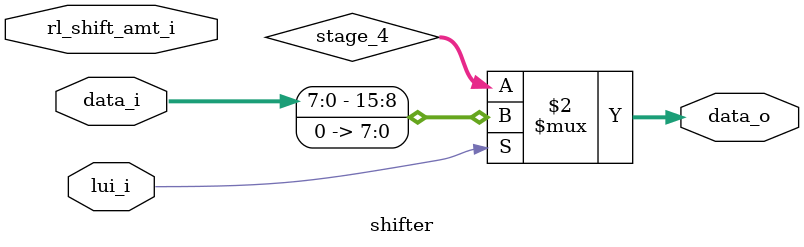
<source format=v>
module shifter
(
	input [15:0]    data_i,
	input [4:0]     rl_shift_amt_i,
	input           lui_i,

	output [15:0]   data_o
);

wire [30:0] stage_0;
wire [22:0] stage_1;
wire [18:0] stage_2;
wire [16:0] stage_3;
wire [15:0] stage_4;

/* TODO: Please write down codes for each stage */

assign data_o = (lui_i == 1'b1) ? {data_i[7:0], 8'h0} : stage_4;

endmodule


</source>
